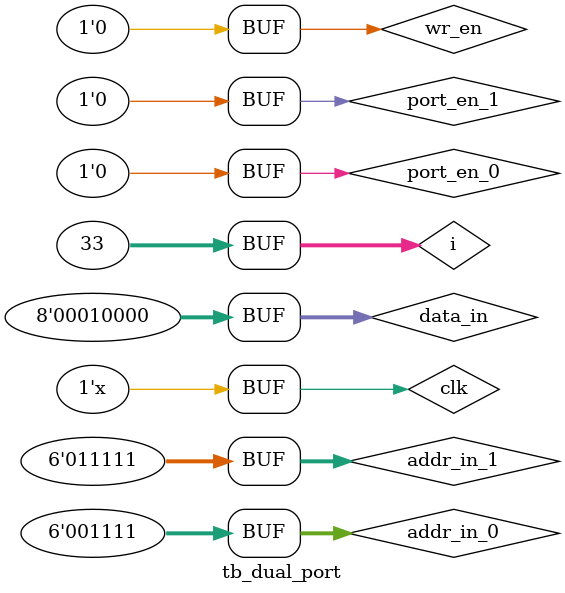
<source format=v>
`timescale 1ns / 1ps
module tb_dual_port();

    reg clk;
    reg wr_en;
    reg [7:0] data_in;
    reg [5:0] addr_in_0;
    reg [5:0] addr_in_1;
    reg port_en_0;
    reg port_en_1;

    wire [7:0] data_out_0;
    wire [7:0] data_out_1;
    
    integer i;

    
    dual_port_ram uut (
        .clk(clk), 
        .wr_en(wr_en), 
        .data_in(data_in), 
        .addr_in_0(addr_in_0), 
        .addr_in_1(addr_in_1), 
        .port_en_0(port_en_0), 
        .port_en_1(port_en_1), 
        .data_out_0(data_out_0), 
        .data_out_1(data_out_1)
    );
    
    always
        #5 clk = ~clk;

    initial begin
        // Initialize Inputs
        clk = 1;
        addr_in_1 = 0;
        port_en_0 = 0;
        port_en_1 = 0;
        wr_en = 0;
        data_in = 0;
        addr_in_0 = 0;  
        #20;
        //Write all the locations of RAM
        port_en_0 = 1;  
        wr_en = 1;
      for(i=1; i <= 16; i = i + 1) begin
            data_in = i;
            addr_in_0 = i-1;
            #10;
        end
        wr_en = 0;
        port_en_0 = 0;  
        //Read from port 1, all the locations of RAM.
        port_en_1 = 1;  
        for(i=1; i <= 32; i = i + 1) begin
            addr_in_1 = i-1;
            #10;
        end
        port_en_1 = 0;
        end         
endmodule

</source>
